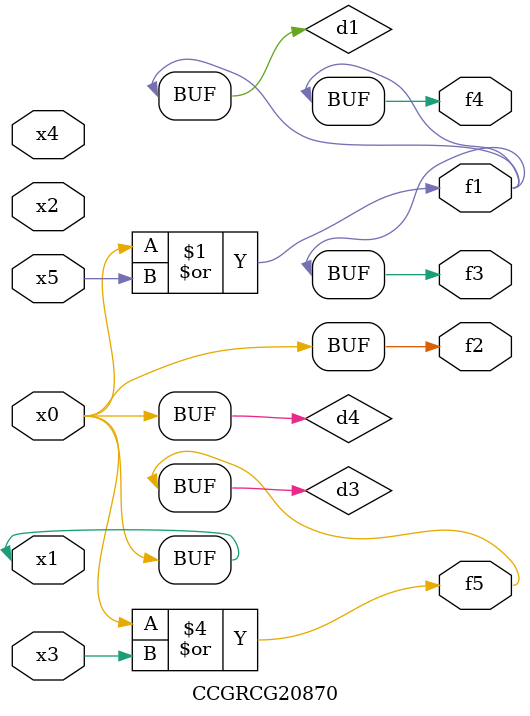
<source format=v>
module CCGRCG20870(
	input x0, x1, x2, x3, x4, x5,
	output f1, f2, f3, f4, f5
);

	wire d1, d2, d3, d4;

	or (d1, x0, x5);
	xnor (d2, x1, x4);
	or (d3, x0, x3);
	buf (d4, x0, x1);
	assign f1 = d1;
	assign f2 = d4;
	assign f3 = d1;
	assign f4 = d1;
	assign f5 = d3;
endmodule

</source>
